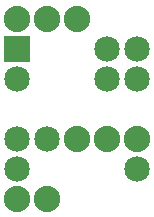
<source format=gts>
G04 MADE WITH FRITZING*
G04 WWW.FRITZING.ORG*
G04 DOUBLE SIDED*
G04 HOLES PLATED*
G04 CONTOUR ON CENTER OF CONTOUR VECTOR*
%ASAXBY*%
%FSLAX23Y23*%
%MOIN*%
%OFA0B0*%
%SFA1.0B1.0*%
%ADD10C,0.085000*%
%ADD11C,0.088000*%
%ADD12R,0.085000X0.085000*%
%LNMASK1*%
G90*
G70*
G54D10*
X560Y475D03*
X460Y475D03*
X460Y575D03*
X560Y575D03*
X160Y575D03*
X160Y475D03*
X160Y275D03*
X260Y275D03*
X160Y175D03*
X560Y175D03*
G54D11*
X560Y275D03*
X460Y275D03*
X360Y275D03*
X160Y75D03*
X260Y75D03*
X360Y675D03*
X260Y675D03*
X160Y675D03*
G54D12*
X160Y575D03*
G04 End of Mask1*
M02*
</source>
